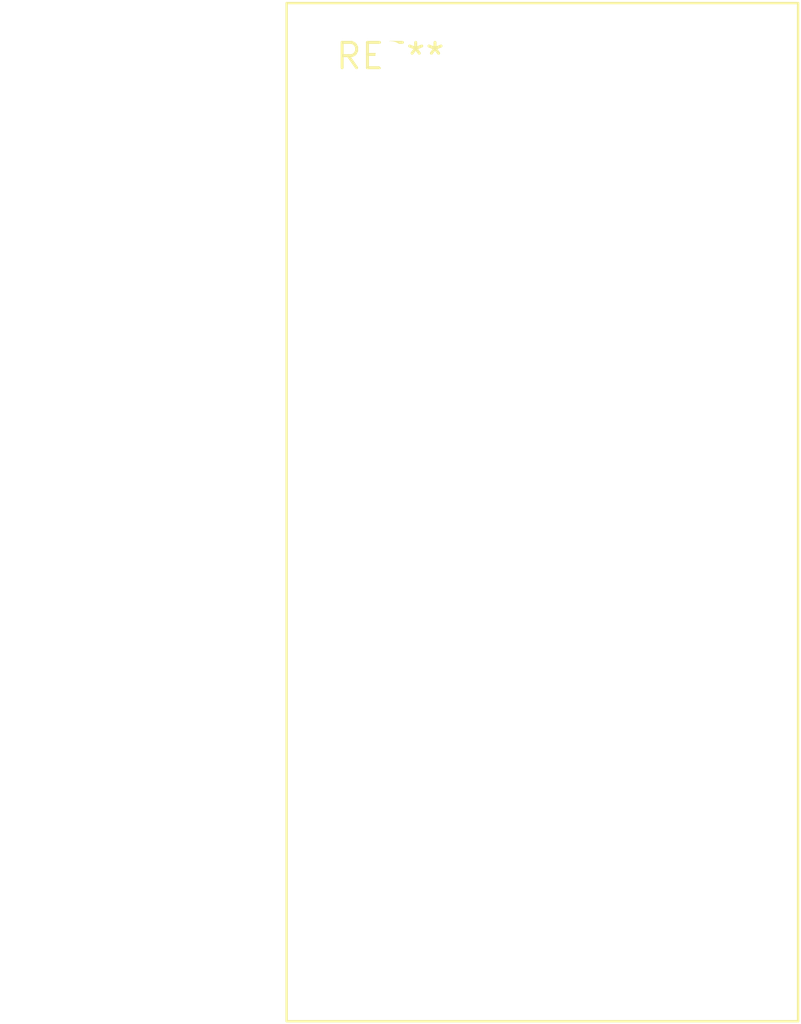
<source format=kicad_pcb>
(kicad_pcb (version 20240108) (generator pcbnew)
  (layers (0 "F.Cu" signal) (31 "B.Cu" signal) (34 "B.Paste" user) (35 "F.Paste" user) (36 "B.SilkS" user "B.Silkscreen") (37 "F.SilkS" user "F.Silkscreen") (38 "B.Mask" user) (39 "F.Mask" user) (44 "Edge.Cuts" user))
  (net 0 "")
  (footprint "Converter_DCDC_RECOM_RPA60-xxxxSFW" (layer "F.Cu") (at 0 0)
    (property "Reference" "REF**")
    (property "Value" "Converter_DCDC_RECOM_RPA60-xxxxSFW")
    (fp_line (start -5.2 -2.66) (end 20.44 -2.66) (layer "F.SilkS") (stroke (width 0.12)))
    (fp_line (start -5.2 48.38) (end -5.2 -2.66) (layer "F.SilkS") (stroke (width 0.12)))
    (fp_line (start 20.44 -2.66) (end 20.44 48.38) (layer "F.SilkS") (stroke (width 0.12)))
    (fp_line (start 20.44 48.38) (end -5.2 48.38) (layer "F.SilkS") (stroke (width 0.12)))
    (pad "1" thru_hole roundrect (at 0 0) (size 3 3) (drill 1.5) (layers *.Cu *.Mask) (remove_unused_layers))
    (pad "2" thru_hole circle (at 5.08 0) (size 3 3) (drill 1.5) (layers *.Cu *.Mask) (remove_unused_layers))
    (pad "3" thru_hole circle (at 15.24 0) (size 3 3) (drill 1.5) (layers *.Cu *.Mask) (remove_unused_layers))
    (pad "4" thru_hole circle (at 17.78 45.72) (size 3 3) (drill 1.5) (layers *.Cu *.Mask) (remove_unused_layers))
    (pad "5" thru_hole circle (at 7.62 45.72) (size 3 3) (drill 1.5) (layers *.Cu *.Mask) (remove_unused_layers))
    (pad "6" thru_hole circle (at -2.54 45.72) (size 3 3) (drill 1.5) (layers *.Cu *.Mask) (remove_unused_layers))
  )
)
</source>
